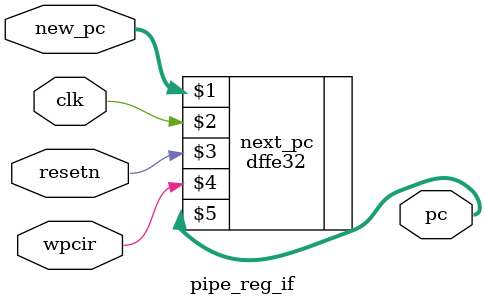
<source format=v>
module pipe_reg_if(new_pc,wpcir,clk,resetn,pc);//IF stage前的reg，传入的是下一个PC
	input  [31:0] new_pc;
   input  wpcir,clk,resetn;
	
   output [31:0] pc;
   dffe32 next_pc(new_pc, clk, resetn, wpcir, pc);//get PC
endmodule
</source>
